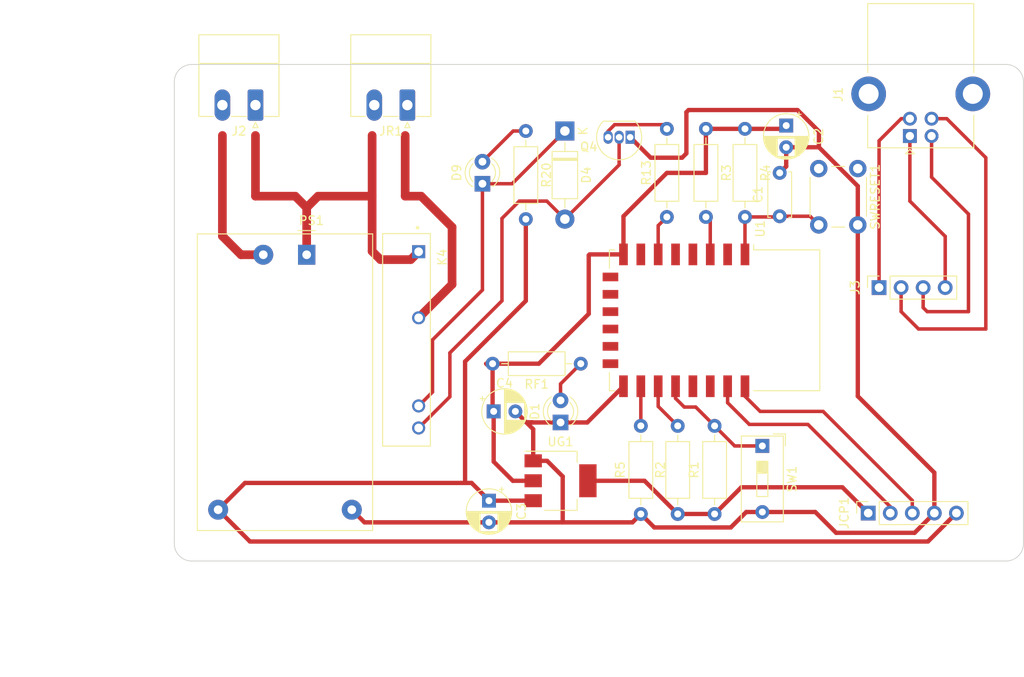
<source format=kicad_pcb>
(kicad_pcb (version 20211014) (generator pcbnew)
  (layers (0 "F.Cu" signal) (31 "B.Cu" signal) (34 "B.Paste" user) (35 "F.Paste" user) (36 "B.SilkS" user "B.Silkscreen") (37 "F.SilkS" user "F.Silkscreen") (38 "B.Mask" user) (39 "F.Mask" user) (44 "Edge.Cuts" user))
  (net 0 "")
  (net 1 "/nRST")
  (net 2 "GND")
  (net 3 "+3.3V")
  (net 4 "+5V")
  (net 5 "Net-(D1-Pad2)")
  (net 6 "Net-(D4-Pad1)")
  (net 7 "Net-(D4-Pad2)")
  (net 8 "Net-(D9-Pad2)")
  (net 9 "/5V")
  (net 10 "/RX1")
  (net 11 "/TX1")
  (net 12 "/0V")
  (net 14 "/220VAC")
  (net 15 "Net-(J2-Pad2)")
  (net 16 "/TX")
  (net 17 "/RX")
  (net 18 "/12")
  (net 19 "Net-(Q4-Pad3)")
  (net 20 "/GPIO0")
  (net 21 "/GPIO2")
  (net 22 "/EN")
  (net 23 "/GPIO15")
  (net 24 "/GPIO12")
  (footprint "Package_TO_SOT_SMD:SOT-223-3_TabPin2" (layer "F.Cu") (at 157 109.25)
    (fp_text reference "UG1" (at 0 -4.5) (layer "F.SilkS"))
    (fp_text value "AMS1117-3.3")
    (pad "1" smd rect (at -3.15 -2.3) (size 2 1.5) (layers "F.Cu" "F.Paste" "F.Mask") (net 2 "GND"))
    (pad "2" smd rect (at 3.15 0) (size 2 3.8) (layers "F.Cu" "F.Paste" "F.Mask") (net 3 "+3.3V"))
    (pad "2" smd rect (at -3.15 0) (size 2 1.5) (layers "F.Cu" "F.Paste" "F.Mask") (net 3 "+3.3V"))
    (pad "3" smd rect (at -3.15 2.3) (size 2 1.5) (layers "F.Cu" "F.Paste" "F.Mask") (net 4 "+5V"))
  )
  (footprint "Resistor_THT:R_Axial_DIN0207_L6.3mm_D2.5mm_P10.16mm_Horizontal" (layer "F.Cu") (at 153 68.92 -90)
    (fp_text reference "R20" (at 5.08 -2.37 90) (layer "F.SilkS"))
    (fp_text value "330")
    (pad "1" thru_hole circle (at 0 0 270) (size 1.6 1.6) (drill 0.8) (layers *.Cu *.Mask) (net 8 "Net-(D9-Pad2)"))
    (pad "2" thru_hole oval (at 10.16 0 270) (size 1.6 1.6) (drill 0.8) (layers *.Cu *.Mask) (net 4 "+5V"))
  )
  (footprint "Connector_PinSocket_2.54mm:PinSocket_1x05_P2.54mm_Vertical" (layer "F.Cu") (at 192.45 112.975 90)
    (fp_text reference "JCP1" (at 0 -2.77 90) (layer "F.SilkS"))
    (fp_text value "Conn_01x05")
    (pad "1" thru_hole rect (at 0 0 90) (size 1.7 1.7) (drill 1) (layers *.Cu *.Mask) (net 3 "+3.3V"))
    (pad "2" thru_hole oval (at 0 2.54 90) (size 1.7 1.7) (drill 1) (layers *.Cu *.Mask) (net 16 "/TX"))
    (pad "3" thru_hole oval (at 0 5.08 90) (size 1.7 1.7) (drill 1) (layers *.Cu *.Mask) (net 17 "/RX"))
    (pad "4" thru_hole oval (at 0 7.62 90) (size 1.7 1.7) (drill 1) (layers *.Cu *.Mask) (net 2 "GND"))
    (pad "5" thru_hole oval (at 0 10.16 90) (size 1.7 1.7) (drill 1) (layers *.Cu *.Mask) (net 4 "+5V"))
  )
  (footprint "Capacitor_THT:CP_Radial_D5.0mm_P2.50mm" (layer "F.Cu") (at 148.75 111.544888 -90)
    (fp_text reference "C3" (at 1.25 -3.75 90) (layer "F.SilkS"))
    (fp_text value "10uF")
    (pad "1" thru_hole rect (at 0 0 270) (size 1.6 1.6) (drill 0.8) (layers *.Cu *.Mask) (net 4 "+5V"))
    (pad "2" thru_hole circle (at 2.5 0 270) (size 1.6 1.6) (drill 0.8) (layers *.Cu *.Mask) (net 2 "GND"))
  )
  (footprint "LED_THT:LED_D3.0mm" (layer "F.Cu") (at 157 102.525 90)
    (fp_text reference "D1" (at 1.27 -2.96 90) (layer "F.SilkS"))
    (fp_text value "LED_Filled")
    (pad "1" thru_hole rect (at 0 0 90) (size 1.8 1.8) (drill 0.9) (layers *.Cu *.Mask) (net 2 "GND"))
    (pad "2" thru_hole circle (at 2.54 0 90) (size 1.8 1.8) (drill 0.9) (layers *.Cu *.Mask) (net 5 "Net-(D1-Pad2)"))
  )
  (footprint "Diode_THT:D_DO-41_SOD81_P10.16mm_Horizontal" (layer "F.Cu") (at 157.5 68.92 -90)
    (fp_text reference "D4" (at 5.08 -2.47 90) (layer "F.SilkS"))
    (fp_text value "1N4007")
    (fp_text user "K" (at 0 -2.1 90) (layer "F.SilkS"))
    (pad "1" thru_hole rect (at 0 0 270) (size 2.2 2.2) (drill 1.1) (layers *.Cu *.Mask) (net 6 "Net-(D4-Pad1)"))
    (pad "2" thru_hole oval (at 10.16 0 270) (size 2.2 2.2) (drill 1.1) (layers *.Cu *.Mask) (net 7 "Net-(D4-Pad2)"))
  )
  (footprint "Converter_ACDC:Converter_ACDC_HiLink_HLK-PMxx" (layer "F.Cu") (at 127.75 83.1875 -90)
    (fp_text reference "PS1" (at -3.94 -0.55) (layer "F.SilkS"))
    (fp_text value "HLK-PM01")
    (pad "1" thru_hole rect (at 0 0 270) (size 2.3 2) (drill 1) (layers *.Cu *.Mask) (net 14 "/220VAC"))
    (pad "2" thru_hole circle (at 0 5 270) (size 2.3 2.3) (drill 1) (layers *.Cu *.Mask) (net 15 "Net-(J2-Pad2)"))
    (pad "3" thru_hole circle (at 29.4 -5.2 270) (size 2.3 2.3) (drill 1) (layers *.Cu *.Mask) (net 2 "GND"))
    (pad "4" thru_hole circle (at 29.4 10.2 270) (size 2.3 2.3) (drill 1) (layers *.Cu *.Mask) (net 4 "+5V"))
  )
  (footprint "Resistor_THT:R_Axial_DIN0207_L6.3mm_D2.5mm_P10.16mm_Horizontal" (layer "F.Cu") (at 159.33 95.75 180)
    (fp_text reference "RF1" (at 5.08 -2.37) (layer "F.SilkS"))
    (fp_text value "330")
    (pad "1" thru_hole circle (at 0 0 180) (size 1.6 1.6) (drill 0.8) (layers *.Cu *.Mask) (net 5 "Net-(D1-Pad2)"))
    (pad "2" thru_hole oval (at 10.16 0 180) (size 1.6 1.6) (drill 0.8) (layers *.Cu *.Mask) (net 3 "+3.3V"))
  )
  (footprint "Capacitor_THT:CP_Radial_D5.0mm_P2.50mm" (layer "F.Cu") (at 183 68.294888 -90)
    (fp_text reference "C2" (at 1.25 -3.75 90) (layer "F.SilkS"))
    (fp_text value "100uF")
    (pad "1" thru_hole rect (at 0 0 270) (size 1.6 1.6) (drill 0.8) (layers *.Cu *.Mask) (net 3 "+3.3V"))
    (pad "2" thru_hole circle (at 2.5 0 270) (size 1.6 1.6) (drill 0.8) (layers *.Cu *.Mask) (net 2 "GND"))
  )
  (footprint "Resistor_THT:R_Axial_DIN0207_L6.3mm_D2.5mm_P10.16mm_Horizontal" (layer "F.Cu") (at 169.25 78.83 90)
    (fp_text reference "R13" (at 5.08 -2.37 90) (layer "F.SilkS"))
    (fp_text value "1k")
    (pad "1" thru_hole circle (at 0 0 90) (size 1.6 1.6) (drill 0.8) (layers *.Cu *.Mask) (net 24 "/GPIO12"))
    (pad "2" thru_hole oval (at 10.16 0 90) (size 1.6 1.6) (drill 0.8) (layers *.Cu *.Mask) (net 19 "Net-(Q4-Pad3)"))
  )
  (footprint "RF_Module:ESP-12E" (layer "F.Cu") (at 174.75 90.75 -90)
    (fp_text reference "U1" (at -10.56 -5.26 90) (layer "F.SilkS"))
    (fp_text value "ESP-12E")
    (pad "1" smd rect (at -7.6 -3.5 270) (size 2.5 1) (layers "F.Cu" "F.Paste" "F.Mask") (net 1 "/nRST"))
    (pad "2" smd rect (at -7.6 -1.5 270) (size 2.5 1) (layers "F.Cu" "F.Paste" "F.Mask"))
    (pad "3" smd rect (at -7.6 0.5 270) (size 2.5 1) (layers "F.Cu" "F.Paste" "F.Mask") (net 22 "/EN"))
    (pad "4" smd rect (at -7.6 2.5 270) (size 2.5 1) (layers "F.Cu" "F.Paste" "F.Mask"))
    (pad "5" smd rect (at -7.6 4.5 270) (size 2.5 1) (layers "F.Cu" "F.Paste" "F.Mask"))
    (pad "6" smd rect (at -7.6 6.5 270) (size 2.5 1) (layers "F.Cu" "F.Paste" "F.Mask") (net 24 "/GPIO12"))
    (pad "7" smd rect (at -7.6 8.5 270) (size 2.5 1) (layers "F.Cu" "F.Paste" "F.Mask"))
    (pad "8" smd rect (at -7.6 10.5 270) (size 2.5 1) (layers "F.Cu" "F.Paste" "F.Mask") (net 3 "+3.3V"))
    (pad "9" smd rect (at -5 12 270) (size 1 1.8) (layers "F.Cu" "F.Paste" "F.Mask"))
    (pad "10" smd rect (at -3 12 270) (size 1 1.8) (layers "F.Cu" "F.Paste" "F.Mask"))
    (pad "11" smd rect (at -1 12 270) (size 1 1.8) (layers "F.Cu" "F.Paste" "F.Mask"))
    (pad "12" smd rect (at 1 12 270) (size 1 1.8) (layers "F.Cu" "F.Paste" "F.Mask"))
    (pad "13" smd rect (at 3 12 270) (size 1 1.8) (layers "F.Cu" "F.Paste" "F.Mask"))
    (pad "14" smd rect (at 5 12 270) (size 1 1.8) (layers "F.Cu" "F.Paste" "F.Mask"))
    (pad "15" smd rect (at 7.6 10.5 270) (size 2.5 1) (layers "F.Cu" "F.Paste" "F.Mask") (net 2 "GND"))
    (pad "16" smd rect (at 7.6 8.5 270) (size 2.5 1) (layers "F.Cu" "F.Paste" "F.Mask") (net 23 "/GPIO15"))
    (pad "17" smd rect (at 7.6 6.5 270) (size 2.5 1) (layers "F.Cu" "F.Paste" "F.Mask") (net 21 "/GPIO2"))
    (pad "18" smd rect (at 7.6 4.5 270) (size 2.5 1) (layers "F.Cu" "F.Paste" "F.Mask") (net 20 "/GPIO0"))
    (pad "19" smd rect (at 7.6 2.5 270) (size 2.5 1) (layers "F.Cu" "F.Paste" "F.Mask"))
    (pad "20" smd rect (at 7.6 0.5 270) (size 2.5 1) (layers "F.Cu" "F.Paste" "F.Mask"))
    (pad "21" smd rect (at 7.6 -1.5 270) (size 2.5 1) (layers "F.Cu" "F.Paste" "F.Mask") (net 16 "/TX"))
    (pad "22" smd rect (at 7.6 -3.5 270) (size 2.5 1) (layers "F.Cu" "F.Paste" "F.Mask") (net 17 "/RX"))
  )
  (footprint "Connector_USB:USB_B_Lumberg_2411_02_Horizontal" (layer "F.Cu") (at 197.25 69.5 90)
    (fp_text reference "J1" (at 4.7875 -8.25 90) (layer "F.SilkS"))
    (fp_text value "USB_B")
    (pad "1" thru_hole rect (at 0 0 180) (size 1.6 1.6) (drill 0.95) (layers *.Cu *.Mask) (net 9 "/5V"))
    (pad "2" thru_hole circle (at 0 2.5 180) (size 1.6 1.6) (drill 0.95) (layers *.Cu *.Mask) (net 10 "/RX1"))
    (pad "3" thru_hole circle (at 2 2.5 180) (size 1.6 1.6) (drill 0.95) (layers *.Cu *.Mask) (net 11 "/TX1"))
    (pad "4" thru_hole circle (at 2 0 180) (size 1.6 1.6) (drill 0.95) (layers *.Cu *.Mask) (net 12 "/0V"))
    (pad "5" thru_hole circle (at 4.86 -4.75 180) (size 4 4) (drill 2.3) (layers *.Cu *.Mask))
    (pad "5" thru_hole circle (at 4.86 7.25 180) (size 4 4) (drill 2.3) (layers *.Cu *.Mask))
  )
  (footprint "Resistor_THT:R_Axial_DIN0207_L6.3mm_D2.5mm_P10.16mm_Horizontal" (layer "F.Cu") (at 170.5 113.08 90)
    (fp_text reference "R2" (at 5.08 -2 90) (layer "F.SilkS"))
    (fp_text value "10k")
    (pad "1" thru_hole circle (at 0 0 90) (size 1.6 1.6) (drill 0.8) (layers *.Cu *.Mask) (net 3 "+3.3V"))
    (pad "2" thru_hole oval (at 10.16 0 90) (size 1.6 1.6) (drill 0.8) (layers *.Cu *.Mask) (net 21 "/GPIO2"))
  )
  (footprint "Resistor_THT:R_Axial_DIN0207_L6.3mm_D2.5mm_P10.16mm_Horizontal" (layer "F.Cu") (at 173.75 68.67 -90)
    (fp_text reference "R3" (at 5.08 -2.37 90) (layer "F.SilkS"))
    (fp_text value "10k")
    (pad "1" thru_hole circle (at 0 0 270) (size 1.6 1.6) (drill 0.8) (layers *.Cu *.Mask) (net 3 "+3.3V"))
    (pad "2" thru_hole oval (at 10.16 0 270) (size 1.6 1.6) (drill 0.8) (layers *.Cu *.Mask) (net 22 "/EN"))
  )
  (footprint "Connector_Phoenix_MC:PhoenixContact_MC_1,5_2-G-3.81_1x02_P3.81mm_Horizontal" (layer "F.Cu") (at 121.85 65.9325 180)
    (fp_text reference "J2" (at 1.9 -3) (layer "F.SilkS"))
    (fp_text value "Conn_01x02")
    (pad "1" thru_hole roundrect (at 0 0 180) (size 1.8 3.6) (drill 1.2) (layers *.Cu *.Mask) (roundrect_rratio 0.138889) (net 14 "/220VAC"))
    (pad "2" thru_hole oval (at 3.81 0 180) (size 1.8 3.6) (drill 1.2) (layers *.Cu *.Mask) (net 15 "Net-(J2-Pad2)"))
  )
  (footprint "Connector_PinSocket_2.54mm:PinSocket_1x04_P2.54mm_Vertical" (layer "F.Cu") (at 193.7 86.975 90)
    (fp_text reference "J3" (at 0 -2.77 90) (layer "F.SilkS"))
    (fp_text value "Conn_01x04")
    (pad "1" thru_hole rect (at 0 0 90) (size 1.7 1.7) (drill 1) (layers *.Cu *.Mask) (net 12 "/0V"))
    (pad "2" thru_hole oval (at 0 2.54 90) (size 1.7 1.7) (drill 1) (layers *.Cu *.Mask) (net 11 "/TX1"))
    (pad "3" thru_hole oval (at 0 5.08 90) (size 1.7 1.7) (drill 1) (layers *.Cu *.Mask) (net 10 "/RX1"))
    (pad "4" thru_hole oval (at 0 7.62 90) (size 1.7 1.7) (drill 1) (layers *.Cu *.Mask) (net 9 "/5V"))
  )
  (footprint "Connector_Phoenix_MC:PhoenixContact_MC_1,5_2-G-3.81_1x02_P3.81mm_Horizontal" (layer "F.Cu") (at 139.35 65.9325 180)
    (fp_text reference "JR1" (at 1.9 -3) (layer "F.SilkS"))
    (fp_text value "Conn_01x02")
    (pad "1" thru_hole roundrect (at 0 0 180) (size 1.8 3.6) (drill 1.2) (layers *.Cu *.Mask) (roundrect_rratio 0.138889) (net 18 "/12"))
    (pad "2" thru_hole oval (at 3.81 0 180) (size 1.8 3.6) (drill 1.2) (layers *.Cu *.Mask) (net 14 "/220VAC"))
  )
  (footprint "Resistor_THT:R_Axial_DIN0207_L6.3mm_D2.5mm_P10.16mm_Horizontal" (layer "F.Cu") (at 174.75 113.08 90)
    (fp_text reference "R1" (at 5.08 -2.37 90) (layer "F.SilkS"))
    (fp_text value "10k")
    (pad "1" thru_hole circle (at 0 0 90) (size 1.6 1.6) (drill 0.8) (layers *.Cu *.Mask) (net 3 "+3.3V"))
    (pad "2" thru_hole oval (at 10.16 0 90) (size 1.6 1.6) (drill 0.8) (layers *.Cu *.Mask) (net 20 "/GPIO0"))
  )
  (footprint "Package_TO_SOT_THT:TO-92_Inline" (layer "F.Cu") (at 165.02 69.64 180)
    (fp_text reference "Q4" (at 4.77 -1.11) (layer "F.SilkS"))
    (fp_text value "2SC1815")
    (pad "1" thru_hole rect (at 0 0 180) (size 1.05 1.5) (drill 0.75) (layers *.Cu *.Mask) (net 2 "GND"))
    (pad "2" thru_hole oval (at 1.27 0 180) (size 1.05 1.5) (drill 0.75) (layers *.Cu *.Mask) (net 7 "Net-(D4-Pad2)"))
    (pad "3" thru_hole oval (at 2.54 0 180) (size 1.05 1.5) (drill 0.75) (layers *.Cu *.Mask) (net 19 "Net-(Q4-Pad3)"))
  )
  (footprint "Button_Switch_THT:SW_PUSH_6mm" (layer "F.Cu") (at 191.25 73.25 -90)
    (fp_text reference "SWRESET1" (at 3.25 -2 90) (layer "F.SilkS"))
    (fp_text value "SW_Push")
    (pad "1" thru_hole circle (at 6.5 0) (size 2 2) (drill 1.1) (layers *.Cu *.Mask) (net 2 "GND"))
    (pad "1" thru_hole circle (at 0 0) (size 2 2) (drill 1.1) (layers *.Cu *.Mask) (net 2 "GND"))
    (pad "2" thru_hole circle (at 6.5 4.5) (size 2 2) (drill 1.1) (layers *.Cu *.Mask) (net 1 "/nRST"))
    (pad "2" thru_hole circle (at 0 4.5) (size 2 2) (drill 1.1) (layers *.Cu *.Mask) (net 1 "/nRST"))
  )
  (footprint "Button_Switch_THT:SW_DIP_SPSTx01_Slide_9.78x4.72mm_W7.62mm_P2.54mm" (layer "F.Cu") (at 180.25 105.2325 -90)
    (fp_text reference "SW1" (at 3.81 -3.42 90) (layer "F.SilkS"))
    (fp_text value "SW_DIP_x01")
    (pad "1" thru_hole rect (at 0 0 270) (size 1.6 1.6) (drill 0.8) (layers *.Cu *.Mask) (net 20 "/GPIO0"))
    (pad "2" thru_hole oval (at 7.62 0 270) (size 1.6 1.6) (drill 0.8) (layers *.Cu *.Mask) (net 2 "GND"))
  )
  (footprint "Resistor_THT:R_Axial_DIN0207_L6.3mm_D2.5mm_P10.16mm_Horizontal" (layer "F.Cu") (at 178.25 68.67 -90)
    (fp_text reference "R4" (at 5.08 -2.37 90) (layer "F.SilkS"))
    (fp_text value "10k")
    (pad "1" thru_hole circle (at 0 0 270) (size 1.6 1.6) (drill 0.8) (layers *.Cu *.Mask) (net 3 "+3.3V"))
    (pad "2" thru_hole oval (at 10.16 0 270) (size 1.6 1.6) (drill 0.8) (layers *.Cu *.Mask) (net 1 "/nRST"))
  )
  (footprint "G3MB-202PDC5:RELAY_G3MB-202PDC5" (layer "F.Cu") (at 139.25 93 -90)
    (fp_text reference "K4" (at -9.525 -4.135 90) (layer "F.SilkS"))
    (fp_text value "G3MB-202PDC5")
    (pad "1" thru_hole rect locked (at -10.16 -1.4 270) (size 1.508 1.508) (drill 1) (layers *.Cu *.Mask) (net 14 "/220VAC"))
    (pad "2" thru_hole circle locked (at -2.54 -1.4 270) (size 1.508 1.508) (drill 1) (layers *.Cu *.Mask) (net 18 "/12"))
    (pad "3" thru_hole circle locked (at 7.62 -1.4 270) (size 1.508 1.508) (drill 1) (layers *.Cu *.Mask) (net 6 "Net-(D4-Pad1)"))
    (pad "4" thru_hole circle locked (at 10.16 -1.4 270) (size 1.508 1.508) (drill 1) (layers *.Cu *.Mask) (net 7 "Net-(D4-Pad2)"))
  )
  (footprint "Capacitor_THT:CP_Radial_D5.0mm_P2.50mm" (layer "F.Cu") (at 149.294888 101.25)
    (fp_text reference "C4" (at 1.25 -3.25) (layer "F.SilkS"))
    (fp_text value "10uF")
    (pad "1" thru_hole rect (at 0 0) (size 1.6 1.6) (drill 0.8) (layers *.Cu *.Mask) (net 3 "+3.3V"))
    (pad "2" thru_hole circle (at 2.5 0) (size 1.6 1.6) (drill 0.8) (layers *.Cu *.Mask) (net 2 "GND"))
  )
  (footprint "Resistor_THT:R_Axial_DIN0207_L6.3mm_D2.5mm_P10.16mm_Horizontal" (layer "F.Cu") (at 166.25 113.08 90)
    (fp_text reference "R5" (at 5.08 -2.37 90) (layer "F.SilkS"))
    (fp_text value "10k")
    (pad "1" thru_hole circle (at 0 0 90) (size 1.6 1.6) (drill 0.8) (layers *.Cu *.Mask) (net 2 "GND"))
    (pad "2" thru_hole oval (at 10.16 0 90) (size 1.6 1.6) (drill 0.8) (layers *.Cu *.Mask) (net 23 "/GPIO15"))
  )
  (footprint "LED_THT:LED_D3.0mm" (layer "F.Cu") (at 148 75 90)
    (fp_text reference "D9" (at 1.27 -2.96 90) (layer "F.SilkS"))
    (fp_text value "LED_Filled")
    (pad "1" thru_hole rect (at 0 0 90) (size 1.8 1.8) (drill 0.9) (layers *.Cu *.Mask) (net 6 "Net-(D4-Pad1)"))
    (pad "2" thru_hole circle (at 2.54 0 90) (size 1.8 1.8) (drill 0.9) (layers *.Cu *.Mask) (net 8 "Net-(D9-Pad2)"))
  )
  (footprint "Capacitor_THT:C_Disc_D5.0mm_W2.5mm_P5.00mm" (layer "F.Cu") (at 182.25 78.75 90)
    (fp_text reference "C1" (at 2.5 -2.5 90) (layer "F.SilkS"))
    (fp_text value "470pF")
    (pad "1" thru_hole circle (at 0 0 90) (size 1.6 1.6) (drill 0.8) (layers *.Cu *.Mask) (net 1 "/nRST"))
    (pad "2" thru_hole circle (at 5 0 90) (size 1.6 1.6) (drill 0.8) (layers *.Cu *.Mask) (net 2 "GND"))
  )
  (gr_arc (start 114.5 118.5) (mid 113.085786 117.914214) (end 112.5 116.5) (layer "Edge.Cuts") (width 0.1))
  (gr_line (start 208.335782 61.25) (end 114.5 61.25) (layer "Edge.Cuts") (width 0.1))
  (gr_line (start 112.5 63.25) (end 112.5 116.5) (layer "Edge.Cuts") (width 0.1))
  (gr_arc (start 208.335782 61.25) (mid 209.75 61.835782) (end 210.335782 63.25) (layer "Edge.Cuts") (width 0.1))
  (gr_arc (start 112.5 63.25) (mid 113.085781 61.835777) (end 114.5 61.25) (layer "Edge.Cuts") (width 0.1))
  (gr_line (start 210.335782 63.25) (end 210.335786 116.5) (layer "Edge.Cuts") (width 0.1))
  (gr_arc (start 210.335786 116.5) (mid 209.75 117.914214) (end 208.335786 118.5) (layer "Edge.Cuts") (width 0.1))
  (gr_line (start 114.5 118.5) (end 208.335786 118.5) (layer "Edge.Cuts") (width 0.1))
  (segment (start 178.25 78.83) (end 182.17 78.83) (width 0.4) (layer "F.Cu") (net 1))
  (segment (start 182.25 78.75) (end 185.75 78.75) (width 0.4) (layer "F.Cu") (net 1))
  (segment (start 182.17 78.83) (end 182.25 78.75) (width 0.4) (layer "F.Cu") (net 1))
  (segment (start 185.75 78.75) (end 186.75 79.75) (width 0.4) (layer "F.Cu") (net 1))
  (segment (start 178.25 83.15) (end 178.25 78.83) (width 0.4) (layer "F.Cu") (net 1))
  (segment (start 182.5 78.5) (end 182.25 78.75) (width 0.5) (layer "F.Cu") (net 1))
  (segment (start 178.33 78.75) (end 178.25 78.83) (width 0.5) (layer "F.Cu") (net 1))
  (segment (start 180.25 112.8525) (end 186.3525 112.8525) (width 0.5) (layer "F.Cu") (net 2))
  (segment (start 157 102.525) (end 160.075 102.525) (width 0.5) (layer "F.Cu") (net 2))
  (segment (start 155.45 106.95) (end 157.25 108.75) (width 0.5) (layer "F.Cu") (net 2))
  (segment (start 191.25 99.5) (end 191.25 79.75) (width 0.5) (layer "F.Cu") (net 2))
  (segment (start 167.38 72) (end 171 72) (width 0.5) (layer "F.Cu") (net 2))
  (segment (start 171.5 71.5) (end 171.5 66.75) (width 0.5) (layer "F.Cu") (net 2))
  (segment (start 157.25 114) (end 157.205112 114.044888) (width 0.5) (layer "F.Cu") (net 2))
  (segment (start 153.85 106.95) (end 155.45 106.95) (width 0.5) (layer "F.Cu") (net 2))
  (segment (start 171.75 66.5) (end 184.305112 66.5) (width 0.5) (layer "F.Cu") (net 2))
  (segment (start 171 72) (end 171.5 71.5) (width 0.5) (layer "F.Cu") (net 2))
  (segment (start 148.75 114.044888) (end 157.205112 114.044888) (width 0.5) (layer "F.Cu") (net 2))
  (segment (start 184.305112 66.5) (end 186.769762 68.96465) (width 0.5) (layer "F.Cu") (net 2))
  (segment (start 180.25 113) (end 180.25 112.8525) (width 0.5) (layer "F.Cu") (net 2))
  (segment (start 157.205112 114.044888) (end 165.285112 114.044888) (width 0.5) (layer "F.Cu") (net 2))
  (segment (start 165.285112 114.044888) (end 166.25 113.08) (width 0.5) (layer "F.Cu") (net 2))
  (segment (start 167.8 114.63) (end 166.25 113.08) (width 0.5) (layer "F.Cu") (net 2))
  (segment (start 153.85 106.95) (end 153.85 103.305112) (width 0.5) (layer "F.Cu") (net 2))
  (segment (start 134.407388 114.044888) (end 148.75 114.044888) (width 0.5) (layer "F.Cu") (net 2))
  (segment (start 188.75 115.25) (end 197.795 115.25) (width 0.5) (layer "F.Cu") (net 2))
  (segment (start 160.075 102.525) (end 164.25 98.35) (width 0.5) (layer "F.Cu") (net 2))
  (segment (start 176.62 114.63) (end 167.8 114.63) (width 0.5) (layer "F.Cu") (net 2))
  (segment (start 186.769762 70.794888) (end 191.25 75.275126) (width 0.5) (layer "F.Cu") (net 2))
  (segment (start 197.795 115.25) (end 200.07 112.975) (width 0.5) (layer "F.Cu") (net 2))
  (segment (start 153.044888 102.5) (end 153.75 102.5) (width 0.5) (layer "F.Cu") (net 2))
  (segment (start 183 73) (end 182.25 73.75) (width 0.5) (layer "F.Cu") (net 2))
  (segment (start 157.25 108.75) (end 157.25 114) (width 0.5) (layer "F.Cu") (net 2))
  (segment (start 191.25 75.275126) (end 191.25 79.75) (width 0.5) (layer "F.Cu") (net 2))
  (segment (start 178.3975 112.8525) (end 176.62 114.63) (width 0.5) (layer "F.Cu") (net 2))
  (segment (start 132.95 112.5875) (end 134.407388 114.044888) (width 0.5) (layer "F.Cu") (net 2))
  (segment (start 171.5 66.75) (end 171.75 66.5) (width 0.5) (layer "F.Cu") (net 2))
  (segment (start 182.5 74) (end 182.25 73.75) (width 0.5) (layer "F.Cu") (net 2))
  (segment (start 165.02 69.64) (end 167.38 72) (width 0.5) (layer "F.Cu") (net 2))
  (segment (start 153.85 103.305112) (end 153.044888 102.5) (width 0.5) (layer "F.Cu") (net 2))
  (segment (start 153.75 102.5) (end 153.775 102.525) (width 0.5) (layer "F.Cu") (net 2))
  (segment (start 180.25 112.8525) (end 178.3975 112.8525) (width 0.5) (layer "F.Cu") (net 2))
  (segment (start 153.775 102.525) (end 157 102.525) (width 0.5) (layer "F.Cu") (net 2))
  (segment (start 183 70.794888) (end 186.769762 70.794888) (width 0.5) (layer "F.Cu") (net 2))
  (segment (start 186.3525 112.8525) (end 188.75 115.25) (width 0.5) (layer "F.Cu") (net 2))
  (segment (start 183 70.794888) (end 183 73) (width 0.5) (layer "F.Cu") (net 2))
  (segment (start 200.07 112.975) (end 200.07 108.32) (width 0.5) (layer "F.Cu") (net 2))
  (segment (start 186.769762 68.96465) (end 186.769762 70.794888) (width 0.5) (layer "F.Cu") (net 2))
  (segment (start 200.07 108.32) (end 191.25 99.5) (width 0.5) (layer "F.Cu") (net 2))
  (segment (start 151.794888 101.25) (end 153.044888 102.5) (width 0.5) (layer "F.Cu") (net 2))
  (segment (start 182.624888 68.67) (end 183 68.294888) (width 0.5) (layer "F.Cu") (net 3))
  (segment (start 189.475 110) (end 192.45 112.975) (width 0.5) (layer "F.Cu") (net 3))
  (segment (start 164.25 83.15) (end 164.25 78.75) (width 0.5) (layer "F.Cu") (net 3))
  (segment (start 154.5 95.75) (end 160.25 90) (width 0.5) (layer "F.Cu") (net 3))
  (segment (start 160.25 90) (end 160.25 83.25) (width 0.5) (layer "F.Cu") (net 3))
  (segment (start 170.5 113.08) (end 174.75 113.08) (width 0.5) (layer "F.Cu") (net 3))
  (segment (start 169.25 73.75) (end 173.75 73.75) (width 0.5) (layer "F.Cu") (net 3))
  (segment (start 160.25 83.25) (end 160.35 83.15) (width 0.5) (layer "F.Cu") (net 3))
  (segment (start 160.15 109.25) (end 166.67 109.25) (width 0.5) (layer "F.Cu") (net 3))
  (segment (start 149.17 101.125112) (end 149.294888 101.25) (width 0.5) (layer "F.Cu") (net 3))
  (segment (start 151.5 109.25) (end 153.85 109.25) (width 0.5) (layer "F.Cu") (net 3))
  (segment (start 164.25 78.75) (end 169.25 73.75) (width 0.5) (layer "F.Cu") (net 3))
  (segment (start 166.67 109.25) (end 170.5 113.08) (width 0.5) (layer "F.Cu") (net 3))
  (segment (start 149.17 95.75) (end 149.17 101.125112) (width 0.5) (layer "F.Cu") (net 3))
  (segment (start 149.294888 101.25) (end 149.294888 107.044888) (width 0.5) (layer "F.Cu") (net 3))
  (segment (start 173.75 73.75) (end 173.75 68.67) (width 0.5) (layer "F.Cu") (net 3))
  (segment (start 173.75 68.67) (end 178.25 68.67) (width 0.5) (layer "F.Cu") (net 3))
  (segment (start 148.544888 95.874888) (end 148.42 95.75) (width 0.5) (layer "F.Cu") (net 3))
  (segment (start 149.17 95.75) (end 154.5 95.75) (width 0.5) (layer "F.Cu") (net 3))
  (segment (start 149.294888 107.044888) (end 151.5 109.25) (width 0.5) (layer "F.Cu") (net 3))
  (segment (start 178.25 68.67) (end 182.624888 68.67) (width 0.5) (layer "F.Cu") (net 3))
  (segment (start 174.75 113.08) (end 177.83 110) (width 0.5) (layer "F.Cu") (net 3))
  (segment (start 160.35 83.15) (end 164.25 83.15) (width 0.5) (layer "F.Cu") (net 3))
  (segment (start 177.83 110) (end 189.475 110) (width 0.5) (layer "F.Cu") (net 3))
  (segment (start 153.844888 111.544888) (end 153.85 111.55) (width 0.5) (layer "F.Cu") (net 4))
  (segment (start 120.6375 109.5) (end 117.55 112.5875) (width 0.5) (layer "F.Cu") (net 4))
  (segment (start 146 109.5) (end 145.5 109.5) (width 0.5) (layer "F.Cu") (net 4))
  (segment (start 148.75 111.544888) (end 153.844888 111.544888) (width 0.5) (layer "F.Cu") (net 4))
  (segment (start 121.2125 116.25) (end 199.335 116.25) (width 0.5) (layer "F.Cu") (net 4))
  (segment (start 148.75 111.5) (end 146.75 109.5) (width 0.5) (layer "F.Cu") (net 4))
  (segment (start 117.55 112.5875) (end 121.2125 116.25) (width 0.5) (layer "F.Cu") (net 4))
  (segment (start 146 95.5) (end 153 88.5) (width 0.5) (layer "F.Cu") (net 4))
  (segment (start 146 109.5) (end 146 95.5) (width 0.5) (layer "F.Cu") (net 4))
  (segment (start 145.5 109.5) (end 120.6375 109.5) (width 0.5) (layer "F.Cu") (net 4))
  (segment (start 199.335 116.25) (end 202.61 112.975) (width 0.5) (layer "F.Cu") (net 4))
  (segment (start 153 88.5) (end 153 79.08) (width 0.5) (layer "F.Cu") (net 4))
  (segment (start 146.75 109.5) (end 146 109.5) (width 0.5) (layer "F.Cu") (net 4))
  (segment (start 148.75 111.544888) (end 148.75 111.5) (width 0.5) (layer "F.Cu") (net 4))
  (segment (start 157 98.08) (end 159.33 95.75) (width 0.4) (layer "F.Cu") (net 5))
  (segment (start 157 99.985) (end 157 98.08) (width 0.4) (layer "F.Cu") (net 5))
  (segment (start 142.25 99.02) (end 140.65 100.62) (width 0.4) (layer "F.Cu") (net 6))
  (segment (start 148 75) (end 151.42 75) (width 0.4) (layer "F.Cu") (net 6))
  (segment (start 142.25 93) (end 142.25 99.02) (width 0.4) (layer "F.Cu") (net 6))
  (segment (start 151.42 75) (end 157.5 68.92) (width 0.4) (layer "F.Cu") (net 6))
  (segment (start 148 75) (end 148 87.25) (width 0.4) (layer "F.Cu") (net 6))
  (segment (start 148 87.25) (end 142.25 93) (width 0.4) (layer "F.Cu") (net 6))
  (segment (start 163.75 72.83) (end 157.5 79.08) (width 0.4) (layer "F.Cu") (net 7))
  (segment (start 150.25 88.5) (end 144.25 94.5) (width 0.4) (layer "F.Cu") (net 7))
  (segment (start 144.25 94.5) (end 144.25 99.56) (width 0.4) (layer "F.Cu") (net 7))
  (segment (start 155.42 77) (end 152.25 77) (width 0.4) (layer "F.Cu") (net 7))
  (segment (start 152.25 77) (end 150.25 79) (width 0.4) (layer "F.Cu") (net 7))
  (segment (start 144.25 99.56) (end 140.65 103.16) (width 0.4) (layer "F.Cu") (net 7))
  (segment (start 150.25 79) (end 150.25 88.5) (width 0.4) (layer "F.Cu") (net 7))
  (segment (start 157.5 79.08) (end 155.42 77) (width 0.4) (layer "F.Cu") (net 7))
  (segment (start 163.75 69.64) (end 163.75 72.83) (width 0.4) (layer "F.Cu") (net 7))
  (segment (start 151.54 68.92) (end 148 72.46) (width 0.4) (layer "F.Cu") (net 8))
  (segment (start 153 68.92) (end 151.54 68.92) (width 0.4) (layer "F.Cu") (net 8))
  (segment (start 197.25 69.5) (end 197.25 77) (width 0.4) (layer "F.Cu") (net 9))
  (segment (start 197.25 77) (end 201.32 81.07) (width 0.4) (layer "F.Cu") (net 9))
  (segment (start 201.32 81.07) (end 201.32 86.975) (width 0.4) (layer "F.Cu") (net 9))
  (segment (start 204 89.75) (end 199.25 89.75) (width 0.4) (layer "F.Cu") (net 10))
  (segment (start 199.25 89.75) (end 198.78 89.28) (width 0.4) (layer "F.Cu") (net 10))
  (segment (start 204 78.5) (end 204 89.75) (width 0.4) (layer "F.Cu") (net 10))
  (segment (start 198.78 89.28) (end 198.78 86.975) (width 0.4) (layer "F.Cu") (net 10))
  (segment (start 199.75 69.5) (end 199.75 74.25) (width 0.4) (layer "F.Cu") (net 10))
  (segment (start 199.75 74.25) (end 204 78.5) (width 0.4) (layer "F.Cu") (net 10))
  (segment (start 206 72) (end 206 91.75) (width 0.4) (layer "F.Cu") (net 11))
  (segment (start 206 91.75) (end 198.25 91.75) (width 0.4) (layer "F.Cu") (net 11))
  (segment (start 201.5 67.5) (end 206 72) (width 0.4) (layer "F.Cu") (net 11))
  (segment (start 199.75 67.5) (end 201.5 67.5) (width 0.4) (layer "F.Cu") (net 11))
  (segment (start 196.24 89.74) (end 196.24 86.975) (width 0.4) (layer "F.Cu") (net 11))
  (segment (start 198.25 91.75) (end 196.24 89.74) (width 0.4) (layer "F.Cu") (net 11))
  (segment (start 196.25 67.5) (end 197.25 67.5) (width 0.4) (layer "F.Cu") (net 12))
  (segment (start 193.7 70.05) (end 196.25 67.5) (width 0.4) (layer "F.Cu") (net 12))
  (segment (start 193.7 86.975) (end 193.7 70.05) (width 0.4) (layer "F.Cu") (net 12))
  (segment (start 135.29 76.4325) (end 135.29 82.79) (width 1) (layer "F.Cu") (net 14))
  (segment (start 129.0675 76.4325) (end 127.75 77.75) (width 1) (layer "F.Cu") (net 14))
  (segment (start 136.25 83.75) (end 139.74 83.75) (width 1) (layer "F.Cu") (net 14))
  (segment (start 126.4325 76.4325) (end 121.85 76.4325) (width 1) (layer "F.Cu") (net 14))
  (segment (start 135.29 69.4325) (end 135.29 76.4325) (width 1) (layer "F.Cu") (net 14))
  (segment (start 139.74 83.75) (end 140.65 82.84) (width 1) (layer "F.Cu") (net 14))
  (segment (start 135.29 82.79) (end 136.25 83.75) (width 1) (layer "F.Cu") (net 14))
  (segment (start 135.29 76.4325) (end 129.0675 76.4325) (width 1) (layer "F.Cu") (net 14))
  (segment (start 127.75 83.1875) (end 127.75 77.75) (width 1) (layer "F.Cu") (net 14))
  (segment (start 121.85 69.4325) (end 121.85 76.4325) (width 1) (layer "F.Cu") (net 14))
  (segment (start 127.75 77.75) (end 126.4325 76.4325) (width 1) (layer "F.Cu") (net 14))
  (segment (start 118.04 69.4325) (end 118.04 81.04) (width 1) (layer "F.Cu") (net 15))
  (segment (start 118.04 81.04) (end 120.1875 83.1875) (width 1) (layer "F.Cu") (net 15))
  (segment (start 120.1875 83.1875) (end 122.75 83.1875) (width 1) (layer "F.Cu") (net 15))
  (segment (start 178.75 102.75) (end 185.5 102.75) (width 0.4) (layer "F.Cu") (net 16))
  (segment (start 194.99 112.24) (end 194.99 112.975) (width 0.4) (layer "F.Cu") (net 16))
  (segment (start 176.25 98.35) (end 176.25 100.25) (width 0.4) (layer "F.Cu") (net 16))
  (segment (start 176.25 100.25) (end 178.75 102.75) (width 0.4) (layer "F.Cu") (net 16))
  (segment (start 185.5 102.75) (end 194.99 112.24) (width 0.4) (layer "F.Cu") (net 16))
  (segment (start 178.25 99.5) (end 180 101.25) (width 0.4) (layer "F.Cu") (net 17))
  (segment (start 197.53 111.53) (end 197.53 112.975) (width 0.4) (layer "F.Cu") (net 17))
  (segment (start 180 101.25) (end 187.25 101.25) (width 0.4) (layer "F.Cu") (net 17))
  (segment (start 178.25 98.35) (end 178.25 99.5) (width 0.4) (layer "F.Cu") (net 17))
  (segment (start 187.25 101.25) (end 197.53 111.53) (width 0.4) (layer "F.Cu") (net 17))
  (segment (start 140.65 90.46) (end 144.5 86.61) (width 1) (layer "F.Cu") (net 18))
  (segment (start 144.5 86.61) (end 144.5 80) (width 1) (layer "F.Cu") (net 18))
  (segment (start 144.5 80) (end 140.9325 76.4325) (width 1) (layer "F.Cu") (net 18))
  (segment (start 140.9325 76.4325) (end 139.1 76.4325) (width 1) (layer "F.Cu") (net 18))
  (segment (start 139.1 69.4325) (end 139.1 76.4325) (width 1) (layer "F.Cu") (net 18))
  (segment (start 163.23 68.19) (end 168.77 68.19) (width 0.4) (layer "F.Cu") (net 19))
  (segment (start 162.48 69.64) (end 162.48 68.94) (width 0.4) (layer "F.Cu") (net 19))
  (segment (start 162.48 68.94) (end 163.23 68.19) (width 0.4) (layer "F.Cu") (net 19))
  (segment (start 168.77 68.19) (end 169.25 68.67) (width 0.4) (layer "F.Cu") (net 19))
  (segment (start 170.25 99.75) (end 170.25 98.35) (width 0.4) (layer "F.Cu") (net 20))
  (segment (start 171.25 100.75) (end 170.25 99.75) (width 0.4) (layer "F.Cu") (net 20))
  (segment (start 177.0625 105.2325) (end 174.75 102.92) (width 0.4) (layer "F.Cu") (net 20))
  (segment (start 174.75 102.92) (end 172.58 100.75) (width 0.4) (layer "F.Cu") (net 20))
  (segment (start 172.58 100.75) (end 171.25 100.75) (width 0.4) (layer "F.Cu") (net 20))
  (segment (start 170.25 99.5) (end 170.25 98.35) (width 0.25) (layer "F.Cu") (net 20))
  (segment (start 180.25 105.2325) (end 177.0625 105.2325) (width 0.4) (layer "F.Cu") (net 20))
  (segment (start 174.75 102.92) (end 174.75 102.75) (width 0.5) (layer "F.Cu") (net 20))
  (segment (start 168.25 98.35) (end 168.25 100.67) (width 0.4) (layer "F.Cu") (net 21))
  (segment (start 168.25 100.67) (end 170.5 102.92) (width 0.4) (layer "F.Cu") (net 21))
  (segment (start 174.25 79.33) (end 173.75 78.83) (width 0.4) (layer "F.Cu") (net 22))
  (segment (start 174.25 83.15) (end 174.25 79.33) (width 0.4) (layer "F.Cu") (net 22))
  (segment (start 166.25 98.35) (end 166.25 102.92) (width 0.4) (layer "F.Cu") (net 23))
  (segment (start 168.25 79.83) (end 169.25 78.83) (width 0.4) (layer "F.Cu") (net 24))
  (segment (start 168.25 83.15) (end 168.25 79.83) (width 0.4) (layer "F.Cu") (net 24))
)
</source>
